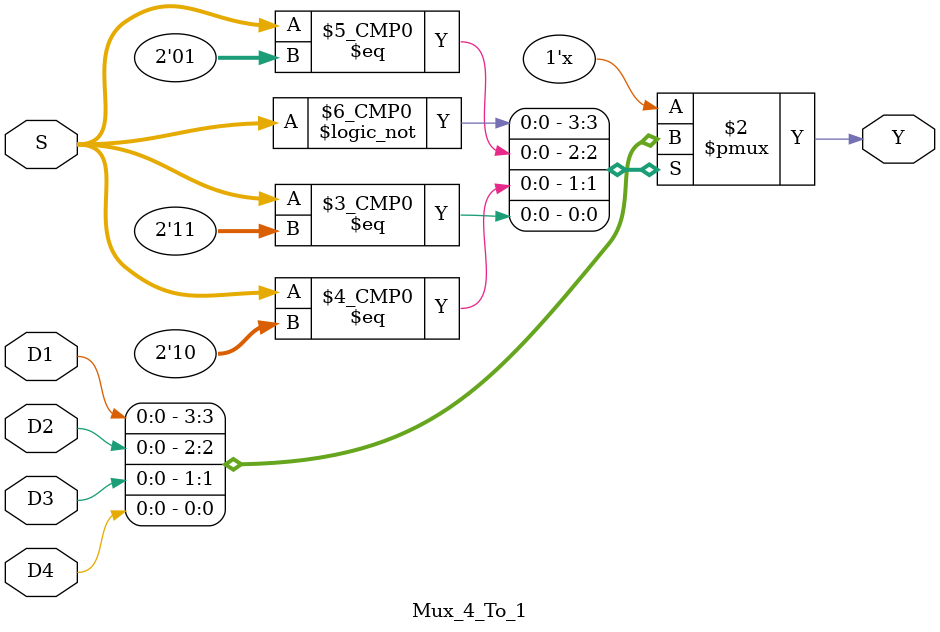
<source format=v>
`timescale 1ns / 1ps

module Mux_4_To_1 (
    input [1:0] S,
    input D1 ,
    input D2 ,
    input D3 ,
    input D4 ,
    output Y);
    
    reg Y;
    always@(*)
        begin
            case(S)
                2'd0 : Y = D1;
                2'd1 : Y = D2;
                2'd2 : Y = D3;
                2'd3 : Y = D4;
            endcase
        end
endmodule // MUX4 :1

</source>
